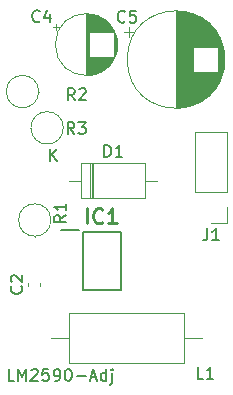
<source format=gbr>
%TF.GenerationSoftware,KiCad,Pcbnew,7.0.1*%
%TF.CreationDate,2023-05-04T19:00:15-07:00*%
%TF.ProjectId,LM2597-Adj,4c4d3235-3937-42d4-9164-6a2e6b696361,rev?*%
%TF.SameCoordinates,Original*%
%TF.FileFunction,Legend,Top*%
%TF.FilePolarity,Positive*%
%FSLAX46Y46*%
G04 Gerber Fmt 4.6, Leading zero omitted, Abs format (unit mm)*
G04 Created by KiCad (PCBNEW 7.0.1) date 2023-05-04 19:00:15*
%MOMM*%
%LPD*%
G01*
G04 APERTURE LIST*
%ADD10C,0.150000*%
%ADD11C,0.254000*%
%ADD12C,0.120000*%
%ADD13C,0.200000*%
G04 APERTURE END LIST*
D10*
X160178306Y-95046046D02*
X159702116Y-95046046D01*
X159702116Y-95046046D02*
X159702116Y-94046046D01*
X160511640Y-95046046D02*
X160511640Y-94046046D01*
X160511640Y-94046046D02*
X160844973Y-94760331D01*
X160844973Y-94760331D02*
X161178306Y-94046046D01*
X161178306Y-94046046D02*
X161178306Y-95046046D01*
X161606878Y-94141284D02*
X161654497Y-94093665D01*
X161654497Y-94093665D02*
X161749735Y-94046046D01*
X161749735Y-94046046D02*
X161987830Y-94046046D01*
X161987830Y-94046046D02*
X162083068Y-94093665D01*
X162083068Y-94093665D02*
X162130687Y-94141284D01*
X162130687Y-94141284D02*
X162178306Y-94236522D01*
X162178306Y-94236522D02*
X162178306Y-94331760D01*
X162178306Y-94331760D02*
X162130687Y-94474617D01*
X162130687Y-94474617D02*
X161559259Y-95046046D01*
X161559259Y-95046046D02*
X162178306Y-95046046D01*
X163083068Y-94046046D02*
X162606878Y-94046046D01*
X162606878Y-94046046D02*
X162559259Y-94522236D01*
X162559259Y-94522236D02*
X162606878Y-94474617D01*
X162606878Y-94474617D02*
X162702116Y-94426998D01*
X162702116Y-94426998D02*
X162940211Y-94426998D01*
X162940211Y-94426998D02*
X163035449Y-94474617D01*
X163035449Y-94474617D02*
X163083068Y-94522236D01*
X163083068Y-94522236D02*
X163130687Y-94617474D01*
X163130687Y-94617474D02*
X163130687Y-94855569D01*
X163130687Y-94855569D02*
X163083068Y-94950807D01*
X163083068Y-94950807D02*
X163035449Y-94998427D01*
X163035449Y-94998427D02*
X162940211Y-95046046D01*
X162940211Y-95046046D02*
X162702116Y-95046046D01*
X162702116Y-95046046D02*
X162606878Y-94998427D01*
X162606878Y-94998427D02*
X162559259Y-94950807D01*
X163606878Y-95046046D02*
X163797354Y-95046046D01*
X163797354Y-95046046D02*
X163892592Y-94998427D01*
X163892592Y-94998427D02*
X163940211Y-94950807D01*
X163940211Y-94950807D02*
X164035449Y-94807950D01*
X164035449Y-94807950D02*
X164083068Y-94617474D01*
X164083068Y-94617474D02*
X164083068Y-94236522D01*
X164083068Y-94236522D02*
X164035449Y-94141284D01*
X164035449Y-94141284D02*
X163987830Y-94093665D01*
X163987830Y-94093665D02*
X163892592Y-94046046D01*
X163892592Y-94046046D02*
X163702116Y-94046046D01*
X163702116Y-94046046D02*
X163606878Y-94093665D01*
X163606878Y-94093665D02*
X163559259Y-94141284D01*
X163559259Y-94141284D02*
X163511640Y-94236522D01*
X163511640Y-94236522D02*
X163511640Y-94474617D01*
X163511640Y-94474617D02*
X163559259Y-94569855D01*
X163559259Y-94569855D02*
X163606878Y-94617474D01*
X163606878Y-94617474D02*
X163702116Y-94665093D01*
X163702116Y-94665093D02*
X163892592Y-94665093D01*
X163892592Y-94665093D02*
X163987830Y-94617474D01*
X163987830Y-94617474D02*
X164035449Y-94569855D01*
X164035449Y-94569855D02*
X164083068Y-94474617D01*
X164702116Y-94046046D02*
X164797354Y-94046046D01*
X164797354Y-94046046D02*
X164892592Y-94093665D01*
X164892592Y-94093665D02*
X164940211Y-94141284D01*
X164940211Y-94141284D02*
X164987830Y-94236522D01*
X164987830Y-94236522D02*
X165035449Y-94426998D01*
X165035449Y-94426998D02*
X165035449Y-94665093D01*
X165035449Y-94665093D02*
X164987830Y-94855569D01*
X164987830Y-94855569D02*
X164940211Y-94950807D01*
X164940211Y-94950807D02*
X164892592Y-94998427D01*
X164892592Y-94998427D02*
X164797354Y-95046046D01*
X164797354Y-95046046D02*
X164702116Y-95046046D01*
X164702116Y-95046046D02*
X164606878Y-94998427D01*
X164606878Y-94998427D02*
X164559259Y-94950807D01*
X164559259Y-94950807D02*
X164511640Y-94855569D01*
X164511640Y-94855569D02*
X164464021Y-94665093D01*
X164464021Y-94665093D02*
X164464021Y-94426998D01*
X164464021Y-94426998D02*
X164511640Y-94236522D01*
X164511640Y-94236522D02*
X164559259Y-94141284D01*
X164559259Y-94141284D02*
X164606878Y-94093665D01*
X164606878Y-94093665D02*
X164702116Y-94046046D01*
X165464021Y-94665093D02*
X166225926Y-94665093D01*
X166654497Y-94760331D02*
X167130687Y-94760331D01*
X166559259Y-95046046D02*
X166892592Y-94046046D01*
X166892592Y-94046046D02*
X167225925Y-95046046D01*
X167987830Y-95046046D02*
X167987830Y-94046046D01*
X167987830Y-94998427D02*
X167892592Y-95046046D01*
X167892592Y-95046046D02*
X167702116Y-95046046D01*
X167702116Y-95046046D02*
X167606878Y-94998427D01*
X167606878Y-94998427D02*
X167559259Y-94950807D01*
X167559259Y-94950807D02*
X167511640Y-94855569D01*
X167511640Y-94855569D02*
X167511640Y-94569855D01*
X167511640Y-94569855D02*
X167559259Y-94474617D01*
X167559259Y-94474617D02*
X167606878Y-94426998D01*
X167606878Y-94426998D02*
X167702116Y-94379379D01*
X167702116Y-94379379D02*
X167892592Y-94379379D01*
X167892592Y-94379379D02*
X167987830Y-94426998D01*
X168464021Y-94379379D02*
X168464021Y-95236522D01*
X168464021Y-95236522D02*
X168416402Y-95331760D01*
X168416402Y-95331760D02*
X168321164Y-95379379D01*
X168321164Y-95379379D02*
X168273545Y-95379379D01*
X168464021Y-94046046D02*
X168416402Y-94093665D01*
X168416402Y-94093665D02*
X168464021Y-94141284D01*
X168464021Y-94141284D02*
X168511640Y-94093665D01*
X168511640Y-94093665D02*
X168464021Y-94046046D01*
X168464021Y-94046046D02*
X168464021Y-94141284D01*
%TO.C,D1*%
X167823456Y-76093491D02*
X167823456Y-75093491D01*
X167823456Y-75093491D02*
X168061551Y-75093491D01*
X168061551Y-75093491D02*
X168204408Y-75141110D01*
X168204408Y-75141110D02*
X168299646Y-75236348D01*
X168299646Y-75236348D02*
X168347265Y-75331586D01*
X168347265Y-75331586D02*
X168394884Y-75522062D01*
X168394884Y-75522062D02*
X168394884Y-75664919D01*
X168394884Y-75664919D02*
X168347265Y-75855395D01*
X168347265Y-75855395D02*
X168299646Y-75950633D01*
X168299646Y-75950633D02*
X168204408Y-76045872D01*
X168204408Y-76045872D02*
X168061551Y-76093491D01*
X168061551Y-76093491D02*
X167823456Y-76093491D01*
X169347265Y-76093491D02*
X168775837Y-76093491D01*
X169061551Y-76093491D02*
X169061551Y-75093491D01*
X169061551Y-75093491D02*
X168966313Y-75236348D01*
X168966313Y-75236348D02*
X168871075Y-75331586D01*
X168871075Y-75331586D02*
X168775837Y-75379205D01*
X163219646Y-76463491D02*
X163219646Y-75463491D01*
X163791074Y-76463491D02*
X163362503Y-75892062D01*
X163791074Y-75463491D02*
X163219646Y-76034919D01*
%TO.C,C5*%
X169565685Y-64627742D02*
X169518066Y-64675362D01*
X169518066Y-64675362D02*
X169375209Y-64722981D01*
X169375209Y-64722981D02*
X169279971Y-64722981D01*
X169279971Y-64722981D02*
X169137114Y-64675362D01*
X169137114Y-64675362D02*
X169041876Y-64580123D01*
X169041876Y-64580123D02*
X168994257Y-64484885D01*
X168994257Y-64484885D02*
X168946638Y-64294409D01*
X168946638Y-64294409D02*
X168946638Y-64151552D01*
X168946638Y-64151552D02*
X168994257Y-63961076D01*
X168994257Y-63961076D02*
X169041876Y-63865838D01*
X169041876Y-63865838D02*
X169137114Y-63770600D01*
X169137114Y-63770600D02*
X169279971Y-63722981D01*
X169279971Y-63722981D02*
X169375209Y-63722981D01*
X169375209Y-63722981D02*
X169518066Y-63770600D01*
X169518066Y-63770600D02*
X169565685Y-63818219D01*
X170470447Y-63722981D02*
X169994257Y-63722981D01*
X169994257Y-63722981D02*
X169946638Y-64199171D01*
X169946638Y-64199171D02*
X169994257Y-64151552D01*
X169994257Y-64151552D02*
X170089495Y-64103933D01*
X170089495Y-64103933D02*
X170327590Y-64103933D01*
X170327590Y-64103933D02*
X170422828Y-64151552D01*
X170422828Y-64151552D02*
X170470447Y-64199171D01*
X170470447Y-64199171D02*
X170518066Y-64294409D01*
X170518066Y-64294409D02*
X170518066Y-64532504D01*
X170518066Y-64532504D02*
X170470447Y-64627742D01*
X170470447Y-64627742D02*
X170422828Y-64675362D01*
X170422828Y-64675362D02*
X170327590Y-64722981D01*
X170327590Y-64722981D02*
X170089495Y-64722981D01*
X170089495Y-64722981D02*
X169994257Y-64675362D01*
X169994257Y-64675362D02*
X169946638Y-64627742D01*
%TO.C,R2*%
X165300661Y-71290792D02*
X164967328Y-70814601D01*
X164729233Y-71290792D02*
X164729233Y-70290792D01*
X164729233Y-70290792D02*
X165110185Y-70290792D01*
X165110185Y-70290792D02*
X165205423Y-70338411D01*
X165205423Y-70338411D02*
X165253042Y-70386030D01*
X165253042Y-70386030D02*
X165300661Y-70481268D01*
X165300661Y-70481268D02*
X165300661Y-70624125D01*
X165300661Y-70624125D02*
X165253042Y-70719363D01*
X165253042Y-70719363D02*
X165205423Y-70766982D01*
X165205423Y-70766982D02*
X165110185Y-70814601D01*
X165110185Y-70814601D02*
X164729233Y-70814601D01*
X165681614Y-70386030D02*
X165729233Y-70338411D01*
X165729233Y-70338411D02*
X165824471Y-70290792D01*
X165824471Y-70290792D02*
X166062566Y-70290792D01*
X166062566Y-70290792D02*
X166157804Y-70338411D01*
X166157804Y-70338411D02*
X166205423Y-70386030D01*
X166205423Y-70386030D02*
X166253042Y-70481268D01*
X166253042Y-70481268D02*
X166253042Y-70576506D01*
X166253042Y-70576506D02*
X166205423Y-70719363D01*
X166205423Y-70719363D02*
X165633995Y-71290792D01*
X165633995Y-71290792D02*
X166253042Y-71290792D01*
%TO.C,J1*%
X176521874Y-82145389D02*
X176521874Y-82859674D01*
X176521874Y-82859674D02*
X176474255Y-83002531D01*
X176474255Y-83002531D02*
X176379017Y-83097770D01*
X176379017Y-83097770D02*
X176236160Y-83145389D01*
X176236160Y-83145389D02*
X176140922Y-83145389D01*
X177521874Y-83145389D02*
X176950446Y-83145389D01*
X177236160Y-83145389D02*
X177236160Y-82145389D01*
X177236160Y-82145389D02*
X177140922Y-82288246D01*
X177140922Y-82288246D02*
X177045684Y-82383484D01*
X177045684Y-82383484D02*
X176950446Y-82431103D01*
%TO.C,L1*%
X176191305Y-94885399D02*
X175715115Y-94885399D01*
X175715115Y-94885399D02*
X175715115Y-93885399D01*
X177048448Y-94885399D02*
X176477020Y-94885399D01*
X176762734Y-94885399D02*
X176762734Y-93885399D01*
X176762734Y-93885399D02*
X176667496Y-94028256D01*
X176667496Y-94028256D02*
X176572258Y-94123494D01*
X176572258Y-94123494D02*
X176477020Y-94171113D01*
%TO.C,R3*%
X165264734Y-74146994D02*
X164931401Y-73670803D01*
X164693306Y-74146994D02*
X164693306Y-73146994D01*
X164693306Y-73146994D02*
X165074258Y-73146994D01*
X165074258Y-73146994D02*
X165169496Y-73194613D01*
X165169496Y-73194613D02*
X165217115Y-73242232D01*
X165217115Y-73242232D02*
X165264734Y-73337470D01*
X165264734Y-73337470D02*
X165264734Y-73480327D01*
X165264734Y-73480327D02*
X165217115Y-73575565D01*
X165217115Y-73575565D02*
X165169496Y-73623184D01*
X165169496Y-73623184D02*
X165074258Y-73670803D01*
X165074258Y-73670803D02*
X164693306Y-73670803D01*
X165598068Y-73146994D02*
X166217115Y-73146994D01*
X166217115Y-73146994D02*
X165883782Y-73527946D01*
X165883782Y-73527946D02*
X166026639Y-73527946D01*
X166026639Y-73527946D02*
X166121877Y-73575565D01*
X166121877Y-73575565D02*
X166169496Y-73623184D01*
X166169496Y-73623184D02*
X166217115Y-73718422D01*
X166217115Y-73718422D02*
X166217115Y-73956517D01*
X166217115Y-73956517D02*
X166169496Y-74051755D01*
X166169496Y-74051755D02*
X166121877Y-74099375D01*
X166121877Y-74099375D02*
X166026639Y-74146994D01*
X166026639Y-74146994D02*
X165740925Y-74146994D01*
X165740925Y-74146994D02*
X165645687Y-74099375D01*
X165645687Y-74099375D02*
X165598068Y-74051755D01*
%TO.C,C2*%
X160777170Y-87041754D02*
X160824790Y-87089373D01*
X160824790Y-87089373D02*
X160872409Y-87232230D01*
X160872409Y-87232230D02*
X160872409Y-87327468D01*
X160872409Y-87327468D02*
X160824790Y-87470325D01*
X160824790Y-87470325D02*
X160729551Y-87565563D01*
X160729551Y-87565563D02*
X160634313Y-87613182D01*
X160634313Y-87613182D02*
X160443837Y-87660801D01*
X160443837Y-87660801D02*
X160300980Y-87660801D01*
X160300980Y-87660801D02*
X160110504Y-87613182D01*
X160110504Y-87613182D02*
X160015266Y-87565563D01*
X160015266Y-87565563D02*
X159920028Y-87470325D01*
X159920028Y-87470325D02*
X159872409Y-87327468D01*
X159872409Y-87327468D02*
X159872409Y-87232230D01*
X159872409Y-87232230D02*
X159920028Y-87089373D01*
X159920028Y-87089373D02*
X159967647Y-87041754D01*
X159967647Y-86660801D02*
X159920028Y-86613182D01*
X159920028Y-86613182D02*
X159872409Y-86517944D01*
X159872409Y-86517944D02*
X159872409Y-86279849D01*
X159872409Y-86279849D02*
X159920028Y-86184611D01*
X159920028Y-86184611D02*
X159967647Y-86136992D01*
X159967647Y-86136992D02*
X160062885Y-86089373D01*
X160062885Y-86089373D02*
X160158123Y-86089373D01*
X160158123Y-86089373D02*
X160300980Y-86136992D01*
X160300980Y-86136992D02*
X160872409Y-86708420D01*
X160872409Y-86708420D02*
X160872409Y-86089373D01*
D11*
%TO.C,IC1*%
X166321814Y-81709553D02*
X166321814Y-80439553D01*
X167652291Y-81588600D02*
X167591815Y-81649077D01*
X167591815Y-81649077D02*
X167410386Y-81709553D01*
X167410386Y-81709553D02*
X167289434Y-81709553D01*
X167289434Y-81709553D02*
X167108005Y-81649077D01*
X167108005Y-81649077D02*
X166987053Y-81528124D01*
X166987053Y-81528124D02*
X166926576Y-81407172D01*
X166926576Y-81407172D02*
X166866100Y-81165267D01*
X166866100Y-81165267D02*
X166866100Y-80983838D01*
X166866100Y-80983838D02*
X166926576Y-80741934D01*
X166926576Y-80741934D02*
X166987053Y-80620981D01*
X166987053Y-80620981D02*
X167108005Y-80500029D01*
X167108005Y-80500029D02*
X167289434Y-80439553D01*
X167289434Y-80439553D02*
X167410386Y-80439553D01*
X167410386Y-80439553D02*
X167591815Y-80500029D01*
X167591815Y-80500029D02*
X167652291Y-80560505D01*
X168861815Y-81709553D02*
X168136100Y-81709553D01*
X168498957Y-81709553D02*
X168498957Y-80439553D01*
X168498957Y-80439553D02*
X168378005Y-80620981D01*
X168378005Y-80620981D02*
X168257053Y-80741934D01*
X168257053Y-80741934D02*
X168136100Y-80802410D01*
D10*
%TO.C,R1*%
X164571335Y-81007288D02*
X164095144Y-81340621D01*
X164571335Y-81578716D02*
X163571335Y-81578716D01*
X163571335Y-81578716D02*
X163571335Y-81197764D01*
X163571335Y-81197764D02*
X163618954Y-81102526D01*
X163618954Y-81102526D02*
X163666573Y-81054907D01*
X163666573Y-81054907D02*
X163761811Y-81007288D01*
X163761811Y-81007288D02*
X163904668Y-81007288D01*
X163904668Y-81007288D02*
X163999906Y-81054907D01*
X163999906Y-81054907D02*
X164047525Y-81102526D01*
X164047525Y-81102526D02*
X164095144Y-81197764D01*
X164095144Y-81197764D02*
X164095144Y-81578716D01*
X164571335Y-80054907D02*
X164571335Y-80626335D01*
X164571335Y-80340621D02*
X163571335Y-80340621D01*
X163571335Y-80340621D02*
X163714192Y-80435859D01*
X163714192Y-80435859D02*
X163809430Y-80531097D01*
X163809430Y-80531097D02*
X163857049Y-80626335D01*
%TO.C,C4*%
X162330424Y-64589320D02*
X162282805Y-64636940D01*
X162282805Y-64636940D02*
X162139948Y-64684559D01*
X162139948Y-64684559D02*
X162044710Y-64684559D01*
X162044710Y-64684559D02*
X161901853Y-64636940D01*
X161901853Y-64636940D02*
X161806615Y-64541701D01*
X161806615Y-64541701D02*
X161758996Y-64446463D01*
X161758996Y-64446463D02*
X161711377Y-64255987D01*
X161711377Y-64255987D02*
X161711377Y-64113130D01*
X161711377Y-64113130D02*
X161758996Y-63922654D01*
X161758996Y-63922654D02*
X161806615Y-63827416D01*
X161806615Y-63827416D02*
X161901853Y-63732178D01*
X161901853Y-63732178D02*
X162044710Y-63684559D01*
X162044710Y-63684559D02*
X162139948Y-63684559D01*
X162139948Y-63684559D02*
X162282805Y-63732178D01*
X162282805Y-63732178D02*
X162330424Y-63779797D01*
X163187567Y-64017892D02*
X163187567Y-64684559D01*
X162949472Y-63636940D02*
X162711377Y-64351225D01*
X162711377Y-64351225D02*
X163330424Y-64351225D01*
D12*
%TO.C,D1*%
X164821551Y-78100872D02*
X165841551Y-78100872D01*
X165841551Y-76630872D02*
X165841551Y-79570872D01*
X165841551Y-79570872D02*
X171281551Y-79570872D01*
X166621551Y-76630872D02*
X166621551Y-79570872D01*
X166741551Y-76630872D02*
X166741551Y-79570872D01*
X166861551Y-76630872D02*
X166861551Y-79570872D01*
X171281551Y-76630872D02*
X165841551Y-76630872D01*
X171281551Y-79570872D02*
X171281551Y-76630872D01*
X172301551Y-78100872D02*
X171281551Y-78100872D01*
%TO.C,C5*%
X169467217Y-65533426D02*
X170267217Y-65533426D01*
X169867217Y-65133426D02*
X169867217Y-65933426D01*
X173876915Y-63768426D02*
X173876915Y-71928426D01*
X173916915Y-63768426D02*
X173916915Y-71928426D01*
X173956915Y-63768426D02*
X173956915Y-71928426D01*
X173996915Y-63769426D02*
X173996915Y-71927426D01*
X174036915Y-63771426D02*
X174036915Y-71925426D01*
X174076915Y-63772426D02*
X174076915Y-71924426D01*
X174116915Y-63774426D02*
X174116915Y-71922426D01*
X174156915Y-63777426D02*
X174156915Y-71919426D01*
X174196915Y-63780426D02*
X174196915Y-71916426D01*
X174236915Y-63783426D02*
X174236915Y-71913426D01*
X174276915Y-63787426D02*
X174276915Y-71909426D01*
X174316915Y-63791426D02*
X174316915Y-71905426D01*
X174356915Y-63796426D02*
X174356915Y-71900426D01*
X174396915Y-63800426D02*
X174396915Y-71896426D01*
X174436915Y-63806426D02*
X174436915Y-71890426D01*
X174476915Y-63811426D02*
X174476915Y-71885426D01*
X174516915Y-63818426D02*
X174516915Y-71878426D01*
X174556915Y-63824426D02*
X174556915Y-71872426D01*
X174597915Y-63831426D02*
X174597915Y-71865426D01*
X174637915Y-63838426D02*
X174637915Y-71858426D01*
X174677915Y-63846426D02*
X174677915Y-71850426D01*
X174717915Y-63854426D02*
X174717915Y-71842426D01*
X174757915Y-63863426D02*
X174757915Y-71833426D01*
X174797915Y-63872426D02*
X174797915Y-71824426D01*
X174837915Y-63881426D02*
X174837915Y-71815426D01*
X174877915Y-63891426D02*
X174877915Y-71805426D01*
X174917915Y-63901426D02*
X174917915Y-71795426D01*
X174957915Y-63912426D02*
X174957915Y-71784426D01*
X174997915Y-63923426D02*
X174997915Y-71773426D01*
X175037915Y-63934426D02*
X175037915Y-71762426D01*
X175077915Y-63946426D02*
X175077915Y-71750426D01*
X175117915Y-63959426D02*
X175117915Y-71737426D01*
X175157915Y-63971426D02*
X175157915Y-71725426D01*
X175197915Y-63985426D02*
X175197915Y-71711426D01*
X175237915Y-63998426D02*
X175237915Y-71698426D01*
X175277915Y-64013426D02*
X175277915Y-71683426D01*
X175317915Y-64027426D02*
X175317915Y-71669426D01*
X175357915Y-64043426D02*
X175357915Y-66808426D01*
X175357915Y-68888426D02*
X175357915Y-71653426D01*
X175397915Y-64058426D02*
X175397915Y-66808426D01*
X175397915Y-68888426D02*
X175397915Y-71638426D01*
X175437915Y-64074426D02*
X175437915Y-66808426D01*
X175437915Y-68888426D02*
X175437915Y-71622426D01*
X175477915Y-64091426D02*
X175477915Y-66808426D01*
X175477915Y-68888426D02*
X175477915Y-71605426D01*
X175517915Y-64108426D02*
X175517915Y-66808426D01*
X175517915Y-68888426D02*
X175517915Y-71588426D01*
X175557915Y-64126426D02*
X175557915Y-66808426D01*
X175557915Y-68888426D02*
X175557915Y-71570426D01*
X175597915Y-64144426D02*
X175597915Y-66808426D01*
X175597915Y-68888426D02*
X175597915Y-71552426D01*
X175637915Y-64162426D02*
X175637915Y-66808426D01*
X175637915Y-68888426D02*
X175637915Y-71534426D01*
X175677915Y-64182426D02*
X175677915Y-66808426D01*
X175677915Y-68888426D02*
X175677915Y-71514426D01*
X175717915Y-64201426D02*
X175717915Y-66808426D01*
X175717915Y-68888426D02*
X175717915Y-71495426D01*
X175757915Y-64221426D02*
X175757915Y-66808426D01*
X175757915Y-68888426D02*
X175757915Y-71475426D01*
X175797915Y-64242426D02*
X175797915Y-66808426D01*
X175797915Y-68888426D02*
X175797915Y-71454426D01*
X175837915Y-64264426D02*
X175837915Y-66808426D01*
X175837915Y-68888426D02*
X175837915Y-71432426D01*
X175877915Y-64286426D02*
X175877915Y-66808426D01*
X175877915Y-68888426D02*
X175877915Y-71410426D01*
X175917915Y-64308426D02*
X175917915Y-66808426D01*
X175917915Y-68888426D02*
X175917915Y-71388426D01*
X175957915Y-64331426D02*
X175957915Y-66808426D01*
X175957915Y-68888426D02*
X175957915Y-71365426D01*
X175997915Y-64355426D02*
X175997915Y-66808426D01*
X175997915Y-68888426D02*
X175997915Y-71341426D01*
X176037915Y-64379426D02*
X176037915Y-66808426D01*
X176037915Y-68888426D02*
X176037915Y-71317426D01*
X176077915Y-64404426D02*
X176077915Y-66808426D01*
X176077915Y-68888426D02*
X176077915Y-71292426D01*
X176117915Y-64430426D02*
X176117915Y-66808426D01*
X176117915Y-68888426D02*
X176117915Y-71266426D01*
X176157915Y-64456426D02*
X176157915Y-66808426D01*
X176157915Y-68888426D02*
X176157915Y-71240426D01*
X176197915Y-64483426D02*
X176197915Y-66808426D01*
X176197915Y-68888426D02*
X176197915Y-71213426D01*
X176237915Y-64510426D02*
X176237915Y-66808426D01*
X176237915Y-68888426D02*
X176237915Y-71186426D01*
X176277915Y-64539426D02*
X176277915Y-66808426D01*
X176277915Y-68888426D02*
X176277915Y-71157426D01*
X176317915Y-64568426D02*
X176317915Y-66808426D01*
X176317915Y-68888426D02*
X176317915Y-71128426D01*
X176357915Y-64598426D02*
X176357915Y-66808426D01*
X176357915Y-68888426D02*
X176357915Y-71098426D01*
X176397915Y-64628426D02*
X176397915Y-66808426D01*
X176397915Y-68888426D02*
X176397915Y-71068426D01*
X176437915Y-64659426D02*
X176437915Y-66808426D01*
X176437915Y-68888426D02*
X176437915Y-71037426D01*
X176477915Y-64692426D02*
X176477915Y-66808426D01*
X176477915Y-68888426D02*
X176477915Y-71004426D01*
X176517915Y-64724426D02*
X176517915Y-66808426D01*
X176517915Y-68888426D02*
X176517915Y-70972426D01*
X176557915Y-64758426D02*
X176557915Y-66808426D01*
X176557915Y-68888426D02*
X176557915Y-70938426D01*
X176597915Y-64793426D02*
X176597915Y-66808426D01*
X176597915Y-68888426D02*
X176597915Y-70903426D01*
X176637915Y-64829426D02*
X176637915Y-66808426D01*
X176637915Y-68888426D02*
X176637915Y-70867426D01*
X176677915Y-64865426D02*
X176677915Y-66808426D01*
X176677915Y-68888426D02*
X176677915Y-70831426D01*
X176717915Y-64903426D02*
X176717915Y-66808426D01*
X176717915Y-68888426D02*
X176717915Y-70793426D01*
X176757915Y-64941426D02*
X176757915Y-66808426D01*
X176757915Y-68888426D02*
X176757915Y-70755426D01*
X176797915Y-64981426D02*
X176797915Y-66808426D01*
X176797915Y-68888426D02*
X176797915Y-70715426D01*
X176837915Y-65022426D02*
X176837915Y-66808426D01*
X176837915Y-68888426D02*
X176837915Y-70674426D01*
X176877915Y-65064426D02*
X176877915Y-66808426D01*
X176877915Y-68888426D02*
X176877915Y-70632426D01*
X176917915Y-65107426D02*
X176917915Y-66808426D01*
X176917915Y-68888426D02*
X176917915Y-70589426D01*
X176957915Y-65151426D02*
X176957915Y-66808426D01*
X176957915Y-68888426D02*
X176957915Y-70545426D01*
X176997915Y-65197426D02*
X176997915Y-66808426D01*
X176997915Y-68888426D02*
X176997915Y-70499426D01*
X177037915Y-65244426D02*
X177037915Y-66808426D01*
X177037915Y-68888426D02*
X177037915Y-70452426D01*
X177077915Y-65292426D02*
X177077915Y-66808426D01*
X177077915Y-68888426D02*
X177077915Y-70404426D01*
X177117915Y-65343426D02*
X177117915Y-66808426D01*
X177117915Y-68888426D02*
X177117915Y-70353426D01*
X177157915Y-65394426D02*
X177157915Y-66808426D01*
X177157915Y-68888426D02*
X177157915Y-70302426D01*
X177197915Y-65448426D02*
X177197915Y-66808426D01*
X177197915Y-68888426D02*
X177197915Y-70248426D01*
X177237915Y-65503426D02*
X177237915Y-66808426D01*
X177237915Y-68888426D02*
X177237915Y-70193426D01*
X177277915Y-65561426D02*
X177277915Y-66808426D01*
X177277915Y-68888426D02*
X177277915Y-70135426D01*
X177317915Y-65620426D02*
X177317915Y-66808426D01*
X177317915Y-68888426D02*
X177317915Y-70076426D01*
X177357915Y-65682426D02*
X177357915Y-66808426D01*
X177357915Y-68888426D02*
X177357915Y-70014426D01*
X177397915Y-65746426D02*
X177397915Y-66808426D01*
X177397915Y-68888426D02*
X177397915Y-69950426D01*
X177437915Y-65814426D02*
X177437915Y-69882426D01*
X177477915Y-65884426D02*
X177477915Y-69812426D01*
X177517915Y-65958426D02*
X177517915Y-69738426D01*
X177557915Y-66035426D02*
X177557915Y-69661426D01*
X177597915Y-66117426D02*
X177597915Y-69579426D01*
X177637915Y-66203426D02*
X177637915Y-69493426D01*
X177677915Y-66296426D02*
X177677915Y-69400426D01*
X177717915Y-66395426D02*
X177717915Y-69301426D01*
X177757915Y-66502426D02*
X177757915Y-69194426D01*
X177797915Y-66619426D02*
X177797915Y-69077426D01*
X177837915Y-66750426D02*
X177837915Y-68946426D01*
X177877915Y-66900426D02*
X177877915Y-68796426D01*
X177917915Y-67080426D02*
X177917915Y-68616426D01*
X177957915Y-67315426D02*
X177957915Y-68381426D01*
X177996915Y-67848426D02*
G75*
G03*
X177996915Y-67848426I-4120000J0D01*
G01*
%TO.C,R2*%
X162248104Y-70559999D02*
X162318104Y-70559999D01*
X162248104Y-70559999D02*
G75*
G03*
X162248104Y-70559999I-1370000J0D01*
G01*
%TO.C,J1*%
X178185208Y-81682770D02*
X176855208Y-81682770D01*
X178185208Y-80352770D02*
X178185208Y-81682770D01*
X178185208Y-79082770D02*
X178185208Y-73942770D01*
X178185208Y-79082770D02*
X175525208Y-79082770D01*
X178185208Y-73942770D02*
X175525208Y-73942770D01*
X175525208Y-79082770D02*
X175525208Y-73942770D01*
%TO.C,L1*%
X176082931Y-91424700D02*
X174572931Y-91424700D01*
X174572931Y-93544700D02*
X174572931Y-89304700D01*
X174572931Y-89304700D02*
X164832931Y-89304700D01*
X164832931Y-93544700D02*
X174572931Y-93544700D01*
X164832931Y-89304700D02*
X164832931Y-93544700D01*
X163322931Y-91424700D02*
X164832931Y-91424700D01*
%TO.C,R3*%
X161596823Y-73632401D02*
X161526823Y-73632401D01*
X164336823Y-73632401D02*
G75*
G03*
X164336823Y-73632401I-1370000J0D01*
G01*
%TO.C,C2*%
X161329790Y-87021355D02*
X161329790Y-86728821D01*
X162349790Y-87021355D02*
X162349790Y-86728821D01*
D13*
%TO.C,IC1*%
X164111831Y-82322863D02*
X165638831Y-82322863D01*
X165988831Y-82450863D02*
X169184831Y-82450863D01*
X165988831Y-87354863D02*
X165988831Y-82450863D01*
X169184831Y-82450863D02*
X169184831Y-87354863D01*
X169184831Y-87354863D02*
X165988831Y-87354863D01*
D12*
%TO.C,R1*%
X161916011Y-82806855D02*
X161916011Y-82876855D01*
X163286011Y-81436855D02*
G75*
G03*
X163286011Y-81436855I-1370000J0D01*
G01*
%TO.C,C4*%
X163483490Y-65102536D02*
X163983490Y-65102536D01*
X163733490Y-64852536D02*
X163733490Y-65352536D01*
X166288265Y-63997536D02*
X166288265Y-69157536D01*
X166328265Y-63997536D02*
X166328265Y-69157536D01*
X166368265Y-63998536D02*
X166368265Y-69156536D01*
X166408265Y-63999536D02*
X166408265Y-69155536D01*
X166448265Y-64001536D02*
X166448265Y-69153536D01*
X166488265Y-64004536D02*
X166488265Y-69150536D01*
X166528265Y-64008536D02*
X166528265Y-65537536D01*
X166528265Y-67617536D02*
X166528265Y-69146536D01*
X166568265Y-64012536D02*
X166568265Y-65537536D01*
X166568265Y-67617536D02*
X166568265Y-69142536D01*
X166608265Y-64016536D02*
X166608265Y-65537536D01*
X166608265Y-67617536D02*
X166608265Y-69138536D01*
X166648265Y-64021536D02*
X166648265Y-65537536D01*
X166648265Y-67617536D02*
X166648265Y-69133536D01*
X166688265Y-64027536D02*
X166688265Y-65537536D01*
X166688265Y-67617536D02*
X166688265Y-69127536D01*
X166728265Y-64034536D02*
X166728265Y-65537536D01*
X166728265Y-67617536D02*
X166728265Y-69120536D01*
X166768265Y-64041536D02*
X166768265Y-65537536D01*
X166768265Y-67617536D02*
X166768265Y-69113536D01*
X166808265Y-64049536D02*
X166808265Y-65537536D01*
X166808265Y-67617536D02*
X166808265Y-69105536D01*
X166848265Y-64057536D02*
X166848265Y-65537536D01*
X166848265Y-67617536D02*
X166848265Y-69097536D01*
X166888265Y-64066536D02*
X166888265Y-65537536D01*
X166888265Y-67617536D02*
X166888265Y-69088536D01*
X166928265Y-64076536D02*
X166928265Y-65537536D01*
X166928265Y-67617536D02*
X166928265Y-69078536D01*
X166968265Y-64086536D02*
X166968265Y-65537536D01*
X166968265Y-67617536D02*
X166968265Y-69068536D01*
X167009265Y-64097536D02*
X167009265Y-65537536D01*
X167009265Y-67617536D02*
X167009265Y-69057536D01*
X167049265Y-64109536D02*
X167049265Y-65537536D01*
X167049265Y-67617536D02*
X167049265Y-69045536D01*
X167089265Y-64122536D02*
X167089265Y-65537536D01*
X167089265Y-67617536D02*
X167089265Y-69032536D01*
X167129265Y-64135536D02*
X167129265Y-65537536D01*
X167129265Y-67617536D02*
X167129265Y-69019536D01*
X167169265Y-64149536D02*
X167169265Y-65537536D01*
X167169265Y-67617536D02*
X167169265Y-69005536D01*
X167209265Y-64163536D02*
X167209265Y-65537536D01*
X167209265Y-67617536D02*
X167209265Y-68991536D01*
X167249265Y-64179536D02*
X167249265Y-65537536D01*
X167249265Y-67617536D02*
X167249265Y-68975536D01*
X167289265Y-64195536D02*
X167289265Y-65537536D01*
X167289265Y-67617536D02*
X167289265Y-68959536D01*
X167329265Y-64212536D02*
X167329265Y-65537536D01*
X167329265Y-67617536D02*
X167329265Y-68942536D01*
X167369265Y-64229536D02*
X167369265Y-65537536D01*
X167369265Y-67617536D02*
X167369265Y-68925536D01*
X167409265Y-64248536D02*
X167409265Y-65537536D01*
X167409265Y-67617536D02*
X167409265Y-68906536D01*
X167449265Y-64267536D02*
X167449265Y-65537536D01*
X167449265Y-67617536D02*
X167449265Y-68887536D01*
X167489265Y-64287536D02*
X167489265Y-65537536D01*
X167489265Y-67617536D02*
X167489265Y-68867536D01*
X167529265Y-64309536D02*
X167529265Y-65537536D01*
X167529265Y-67617536D02*
X167529265Y-68845536D01*
X167569265Y-64330536D02*
X167569265Y-65537536D01*
X167569265Y-67617536D02*
X167569265Y-68824536D01*
X167609265Y-64353536D02*
X167609265Y-65537536D01*
X167609265Y-67617536D02*
X167609265Y-68801536D01*
X167649265Y-64377536D02*
X167649265Y-65537536D01*
X167649265Y-67617536D02*
X167649265Y-68777536D01*
X167689265Y-64402536D02*
X167689265Y-65537536D01*
X167689265Y-67617536D02*
X167689265Y-68752536D01*
X167729265Y-64428536D02*
X167729265Y-65537536D01*
X167729265Y-67617536D02*
X167729265Y-68726536D01*
X167769265Y-64455536D02*
X167769265Y-65537536D01*
X167769265Y-67617536D02*
X167769265Y-68699536D01*
X167809265Y-64482536D02*
X167809265Y-65537536D01*
X167809265Y-67617536D02*
X167809265Y-68672536D01*
X167849265Y-64512536D02*
X167849265Y-65537536D01*
X167849265Y-67617536D02*
X167849265Y-68642536D01*
X167889265Y-64542536D02*
X167889265Y-65537536D01*
X167889265Y-67617536D02*
X167889265Y-68612536D01*
X167929265Y-64573536D02*
X167929265Y-65537536D01*
X167929265Y-67617536D02*
X167929265Y-68581536D01*
X167969265Y-64606536D02*
X167969265Y-65537536D01*
X167969265Y-67617536D02*
X167969265Y-68548536D01*
X168009265Y-64640536D02*
X168009265Y-65537536D01*
X168009265Y-67617536D02*
X168009265Y-68514536D01*
X168049265Y-64676536D02*
X168049265Y-65537536D01*
X168049265Y-67617536D02*
X168049265Y-68478536D01*
X168089265Y-64713536D02*
X168089265Y-65537536D01*
X168089265Y-67617536D02*
X168089265Y-68441536D01*
X168129265Y-64751536D02*
X168129265Y-65537536D01*
X168129265Y-67617536D02*
X168129265Y-68403536D01*
X168169265Y-64792536D02*
X168169265Y-65537536D01*
X168169265Y-67617536D02*
X168169265Y-68362536D01*
X168209265Y-64834536D02*
X168209265Y-65537536D01*
X168209265Y-67617536D02*
X168209265Y-68320536D01*
X168249265Y-64878536D02*
X168249265Y-65537536D01*
X168249265Y-67617536D02*
X168249265Y-68276536D01*
X168289265Y-64924536D02*
X168289265Y-65537536D01*
X168289265Y-67617536D02*
X168289265Y-68230536D01*
X168329265Y-64972536D02*
X168329265Y-65537536D01*
X168329265Y-67617536D02*
X168329265Y-68182536D01*
X168369265Y-65023536D02*
X168369265Y-65537536D01*
X168369265Y-67617536D02*
X168369265Y-68131536D01*
X168409265Y-65077536D02*
X168409265Y-65537536D01*
X168409265Y-67617536D02*
X168409265Y-68077536D01*
X168449265Y-65134536D02*
X168449265Y-65537536D01*
X168449265Y-67617536D02*
X168449265Y-68020536D01*
X168489265Y-65194536D02*
X168489265Y-65537536D01*
X168489265Y-67617536D02*
X168489265Y-67960536D01*
X168529265Y-65258536D02*
X168529265Y-65537536D01*
X168529265Y-67617536D02*
X168529265Y-67896536D01*
X168569265Y-65326536D02*
X168569265Y-65537536D01*
X168569265Y-67617536D02*
X168569265Y-67828536D01*
X168609265Y-65399536D02*
X168609265Y-67755536D01*
X168649265Y-65479536D02*
X168649265Y-67675536D01*
X168689265Y-65566536D02*
X168689265Y-67588536D01*
X168729265Y-65662536D02*
X168729265Y-67492536D01*
X168769265Y-65772536D02*
X168769265Y-67382536D01*
X168809265Y-65900536D02*
X168809265Y-67254536D01*
X168849265Y-66059536D02*
X168849265Y-67095536D01*
X168889265Y-66293536D02*
X168889265Y-66861536D01*
X168908265Y-66577536D02*
G75*
G03*
X168908265Y-66577536I-2620000J0D01*
G01*
%TD*%
M02*

</source>
